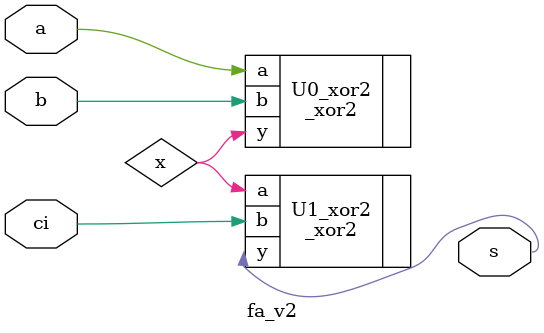
<source format=v>
module cla64(a, b, ci, s, co);
	input [63:0] a, b;
	input ci;
	output [63:0] s;
	output co;
	wire z;
																			//cla32 * 2 = 64bit
	cla32 U0(.a(a[31:0]), .b(b[31:0]), .ci(ci), .s(s[31:0]), .co(z));
	cla32 U1(.a(a[63:32]), .b(b[63:32]), .ci(z), .s(s[63:32]), .co(co));
endmodule

module cla32(a, b, ci, s, co);
	input [31:0] a, b;
	input ci;
	output [31:0] s;
	output co;
	wire [6:0] z;
																			//cla4* 8 = 32bit
	cla4 U0(.a(a[3:0]), .b(b[3:0]), .ci(ci), .s(s[3:0]), .co(z[0]));
	cla4 U1(.a(a[7:4]), .b(b[7:4]), .ci(z[0]), .s(s[7:4]), .co(z[1]));
	cla4 U2(.a(a[11:8]), .b(b[11:8]), .ci(z[1]), .s(s[11:8]), .co(z[2]));
	cla4 U3(.a(a[15:12]), .b(b[15:12]), .ci(z[2]), .s(s[15:12]), .co(z[3]));
	cla4 U4(.a(a[19:16]), .b(b[19:16]), .ci(z[3]), .s(s[19:16]), .co(z[4]));
	cla4 U5(.a(a[23:20]), .b(b[23:20]), .ci(z[4]), .s(s[23:20]), .co(z[5]));
	cla4 U6(.a(a[27:24]), .b(b[27:24]), .ci(z[5]), .s(s[27:24]), .co(z[6]));
	cla4 U7(.a(a[31:28]), .b(b[31:28]), .ci(z[6]), .s(s[31:28]), .co(co));
endmodule

module cla8(a, b, ci, s, co);										//cla4 module
	input [7:0] a, b;
	input ci;
	output [7:0] s;
	output co;
	wire z;
																			//cla4 * 2 = 8bit
	cla4 U0(.a(a[3:0]), .b(b[3:0]), .ci(ci), .s(s[3:0]), .co(z));
	cla4 U1(.a(a[7:4]), .b(b[7:4]), .ci(z), .s(s[7:4]), .co(co));
endmodule

module cla4(a, b, ci, s, co);										//cla4 module
	input [3:0] a, b;
	input ci;
	output [3:0] s;
	output co;
	wire [2:0] z;
	
	
	fa_v2 U0_fa_v2(.ci(ci),.a(a[0]),.b(b[0]),.s(s[0]));	//full adder instance
	fa_v2 U1_fa_v2(.ci(z[0]),.a(a[1]),.b(b[1]),.s(s[1]));
	fa_v2 U2_fa_v2(.ci(z[1]),.a(a[2]),.b(b[2]),.s(s[2]));
	fa_v2 U3_fa_v2(.ci(z[2]),.a(a[3]),.b(b[3]),.s(s[3]));
	clb4 U4_clb4(.a(a), .b(b), .ci(ci), .c1(z[0]), .c2(z[1]), .c3(z[2]), .co(co));//clb4 module instance
	
endmodule

module clb4(a, b, ci, c1, c2, c3, co);
	input [3:0]a , b;
	input ci;
	output c1, c2, c3, co;
	
	wire [3:0] g, p;
	
	wire w0_c1;
	wire w0_c2, w1_c2;
	wire w0_c3, w1_c3, w2_c3;
	wire w0_co, w1_co, w2_co, w3_co;
	
	//Generate
	_and2 U0_and2(.a(a[0]),.b(b[0]),.y(g[0]));
	_and2 U1_and2(.a(a[1]),.b(b[1]),.y(g[1]));
	_and2 U2_and2(.a(a[2]),.b(b[2]),.y(g[2]));
	_and2 U3_and2(.a(a[3]),.b(b[3]),.y(g[3]));
	
	//propagate
	_or2 U4_or2(.a(a[0]),.b(b[0]),.y(p[0]));
	_or2 U5_or2(.a(a[1]),.b(b[1]),.y(p[1]));
	_or2 U6_or2(.a(a[2]),.b(b[2]),.y(p[2]));
	_or2 U7_or2(.a(a[3]),.b(b[3]),.y(p[3]));
	
	//c1 = g[0] | (p[0] & ci);
	_and2 U8_and2(.a(p[0]),.b(ci),.y(w0_c1));
	_or2 U9_or2(.a(g[0]),.b(w0_c1),.y(c1));
	
	//c2
	_and3 U10_and3(.a(p[1]),.b(p[0]),.c(ci),.y(w0_c2));
	_and2 U11_and2(.a(p[1]),.b(g[0]),.y(w1_c2));
	_or3 U12_and3(.a(w0_c2),.b(w1_c2),.c(g[1]),.y(c2));
	
	//c3
	_and3 U13_and3(.a(p[2]),.b(p[1]),.c(g[0]),.y(w0_c3));
	_and4 U14_and4(.a(p[2]),.b(p[1]),.c(p[0]),.d(ci),.y(w1_c3));
	_and2 U15_and2(.a(p[2]),.b(g[1]),.y(w2_c3));
	_or4 U16_and4(.a(w0_c3),.b(w1_c3),.c(w2_c3),.d(g[2]),.y(c3));
	
	//co
	_and5 U17_and5(.a(p[3]),.b(p[2]),.c(p[1]),.d(p[0]),.e(ci),.y(w0_co));
	_and4 U18_and4(.a(p[3]),.b(p[2]),.c(p[1]),.d(g[0]),.y(w1_co));
	_and3 U19_and3(.a(p[3]),.b(p[2]),.c(g[1]),.y(w2_co));
	_and2 U20_and2(.a(p[3]),.b(g[2]),.y(w3_co));
	_or5 U21_and5(.a(w0_co),.b(w1_co),.c(w2_co),.d(w3_co),.e(g[3]),.y(co));
	
endmodule

module fa_v2(ci,a,b,s);												//full adder
input ci,a,b;
output s;
wire x;

_xor2 U0_xor2(.a(a),.b(b),.y(x));								//xor gate
_xor2 U1_xor2(.a(x),.b(ci),.y(s));								//xor gate

endmodule

</source>
